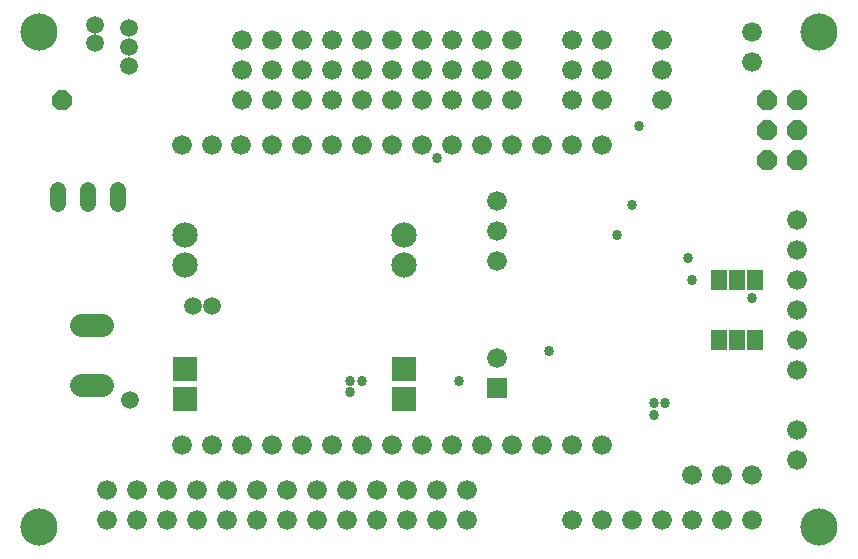
<source format=gbr>
G04 EAGLE Gerber RS-274X export*
G75*
%MOMM*%
%FSLAX34Y34*%
%LPD*%
%INSoldermask Bottom*%
%IPPOS*%
%AMOC8*
5,1,8,0,0,1.08239X$1,22.5*%
G01*
%ADD10C,3.149600*%
%ADD11C,1.943100*%
%ADD12C,1.371600*%
%ADD13C,1.676400*%
%ADD14P,1.814519X8X112.500000*%
%ADD15R,1.676400X1.676400*%
%ADD16C,2.152400*%
%ADD17R,2.152400X2.152400*%
%ADD18R,1.320800X1.752600*%
%ADD19P,1.814519X8X22.500000*%
%ADD20C,1.502400*%
%ADD21C,0.858000*%


D10*
X31750Y438150D03*
X31750Y19050D03*
X692150Y19050D03*
X692150Y438150D03*
D11*
X85154Y190500D02*
X67247Y190500D01*
X67247Y139700D02*
X85154Y139700D01*
D12*
X47625Y292354D02*
X47625Y304546D01*
X98425Y304546D02*
X98425Y292354D01*
X73025Y292354D02*
X73025Y304546D01*
D13*
X203200Y431800D03*
X203200Y406400D03*
X203200Y381000D03*
X254000Y431800D03*
X254000Y406400D03*
X254000Y381000D03*
X304800Y431800D03*
X304800Y406400D03*
X304800Y381000D03*
X355600Y431800D03*
X355600Y406400D03*
X355600Y381000D03*
X482600Y431800D03*
X482600Y406400D03*
X482600Y381000D03*
X508000Y431800D03*
X508000Y406400D03*
X508000Y381000D03*
X406400Y431800D03*
X406400Y406400D03*
X406400Y381000D03*
X431800Y431800D03*
X431800Y406400D03*
X431800Y381000D03*
X558800Y431800D03*
X558800Y406400D03*
X558800Y381000D03*
X673100Y101600D03*
X673100Y76200D03*
X342900Y25400D03*
X342900Y50800D03*
X139700Y25400D03*
X139700Y50800D03*
X88900Y25400D03*
X88900Y50800D03*
X114300Y25400D03*
X114300Y50800D03*
X190500Y25400D03*
X190500Y50800D03*
X241300Y25400D03*
X241300Y50800D03*
D14*
X673100Y330200D03*
X647700Y330200D03*
X673100Y355600D03*
X647700Y355600D03*
X673100Y381000D03*
X647700Y381000D03*
D13*
X152400Y88900D03*
X203200Y88900D03*
X228600Y88900D03*
X254000Y88900D03*
X279400Y88900D03*
X304800Y88900D03*
X330200Y88900D03*
X355600Y88900D03*
X381000Y88900D03*
X406400Y88900D03*
X431800Y88900D03*
X457200Y88900D03*
X482600Y88900D03*
X508000Y88900D03*
X152400Y342900D03*
X177800Y342900D03*
X203100Y342900D03*
X228600Y342900D03*
X254000Y342900D03*
X279400Y342900D03*
X304800Y342900D03*
X330200Y342900D03*
X355600Y342900D03*
X381000Y342900D03*
X406400Y342900D03*
X431800Y342900D03*
X457200Y342900D03*
X482600Y342900D03*
X508000Y342900D03*
X177800Y88900D03*
X228600Y431800D03*
X228600Y406400D03*
X228600Y381000D03*
X279400Y431800D03*
X279400Y406400D03*
X279400Y381000D03*
X330200Y431800D03*
X330200Y406400D03*
X330200Y381000D03*
X381000Y431800D03*
X381000Y406400D03*
X381000Y381000D03*
X292100Y25400D03*
X292100Y50800D03*
X317500Y25400D03*
X317500Y50800D03*
X393700Y25400D03*
X393700Y50800D03*
X368300Y25400D03*
X368300Y50800D03*
X165100Y25400D03*
X165100Y50800D03*
X266700Y25400D03*
X266700Y50800D03*
X215900Y25400D03*
X215900Y50800D03*
D15*
X419100Y136525D03*
D13*
X419100Y161925D03*
X419100Y244475D03*
X419100Y269875D03*
X419100Y295275D03*
D16*
X154940Y266250D03*
D17*
X154940Y127450D03*
D16*
X340360Y266250D03*
X154940Y240850D03*
X340360Y240850D03*
D17*
X154940Y152850D03*
X340360Y127450D03*
X340360Y152850D03*
D13*
X482600Y25400D03*
X508000Y25400D03*
X533400Y25400D03*
X558800Y25400D03*
X584200Y25400D03*
X609600Y25400D03*
X635000Y25400D03*
D18*
X607060Y228600D03*
X622300Y228600D03*
X637540Y228600D03*
X607060Y177800D03*
X622300Y177800D03*
X637540Y177800D03*
D13*
X673100Y279400D03*
X673100Y254000D03*
X673100Y228600D03*
X673100Y203200D03*
X673100Y177800D03*
X673100Y152400D03*
X635000Y438150D03*
X635000Y412750D03*
X584200Y63500D03*
X609600Y63500D03*
X635000Y63500D03*
D19*
X50800Y381000D03*
D20*
X177800Y206375D03*
X161925Y206375D03*
D21*
X635000Y212852D03*
X295275Y142875D03*
X561975Y123825D03*
X552450Y123825D03*
X304800Y142875D03*
X295275Y133350D03*
X552450Y114300D03*
X539750Y358775D03*
D20*
X107950Y409575D03*
X107950Y425450D03*
X107950Y441325D03*
X79375Y444500D03*
X79375Y428625D03*
D21*
X368300Y331788D03*
X533425Y292100D03*
X520809Y266592D03*
X581427Y246761D03*
X584200Y228600D03*
X463550Y168275D03*
X387350Y142875D03*
D20*
X108966Y127000D03*
M02*

</source>
